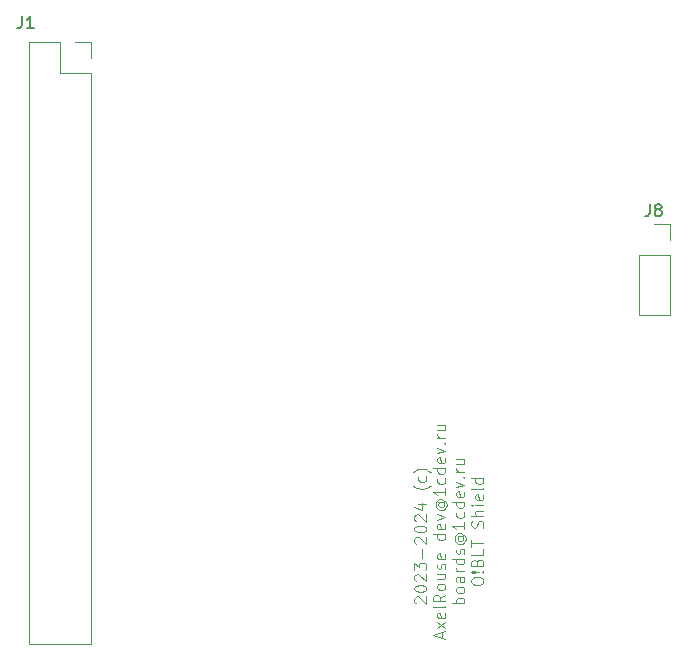
<source format=gto>
G04 #@! TF.GenerationSoftware,KiCad,Pcbnew,8.0.5*
G04 #@! TF.CreationDate,2024-10-14T11:26:21+05:00*
G04 #@! TF.ProjectId,2floor_for_orange_pi,32666c6f-6f72-45f6-966f-725f6f72616e,rev?*
G04 #@! TF.SameCoordinates,Original*
G04 #@! TF.FileFunction,Legend,Top*
G04 #@! TF.FilePolarity,Positive*
%FSLAX46Y46*%
G04 Gerber Fmt 4.6, Leading zero omitted, Abs format (unit mm)*
G04 Created by KiCad (PCBNEW 8.0.5) date 2024-10-14 11:26:21*
%MOMM*%
%LPD*%
G01*
G04 APERTURE LIST*
%ADD10C,0.100000*%
%ADD11C,0.150000*%
%ADD12C,0.120000*%
%ADD13R,1.700000X1.700000*%
%ADD14O,1.700000X1.700000*%
%ADD15R,2.000000X1.200000*%
%ADD16O,2.000000X1.200000*%
G04 APERTURE END LIST*
D10*
X54277825Y-70105238D02*
X54230206Y-70057619D01*
X54230206Y-70057619D02*
X54182587Y-69962381D01*
X54182587Y-69962381D02*
X54182587Y-69724286D01*
X54182587Y-69724286D02*
X54230206Y-69629048D01*
X54230206Y-69629048D02*
X54277825Y-69581429D01*
X54277825Y-69581429D02*
X54373063Y-69533810D01*
X54373063Y-69533810D02*
X54468301Y-69533810D01*
X54468301Y-69533810D02*
X54611158Y-69581429D01*
X54611158Y-69581429D02*
X55182587Y-70152857D01*
X55182587Y-70152857D02*
X55182587Y-69533810D01*
X54182587Y-68914762D02*
X54182587Y-68819524D01*
X54182587Y-68819524D02*
X54230206Y-68724286D01*
X54230206Y-68724286D02*
X54277825Y-68676667D01*
X54277825Y-68676667D02*
X54373063Y-68629048D01*
X54373063Y-68629048D02*
X54563539Y-68581429D01*
X54563539Y-68581429D02*
X54801634Y-68581429D01*
X54801634Y-68581429D02*
X54992110Y-68629048D01*
X54992110Y-68629048D02*
X55087348Y-68676667D01*
X55087348Y-68676667D02*
X55134968Y-68724286D01*
X55134968Y-68724286D02*
X55182587Y-68819524D01*
X55182587Y-68819524D02*
X55182587Y-68914762D01*
X55182587Y-68914762D02*
X55134968Y-69010000D01*
X55134968Y-69010000D02*
X55087348Y-69057619D01*
X55087348Y-69057619D02*
X54992110Y-69105238D01*
X54992110Y-69105238D02*
X54801634Y-69152857D01*
X54801634Y-69152857D02*
X54563539Y-69152857D01*
X54563539Y-69152857D02*
X54373063Y-69105238D01*
X54373063Y-69105238D02*
X54277825Y-69057619D01*
X54277825Y-69057619D02*
X54230206Y-69010000D01*
X54230206Y-69010000D02*
X54182587Y-68914762D01*
X54277825Y-68200476D02*
X54230206Y-68152857D01*
X54230206Y-68152857D02*
X54182587Y-68057619D01*
X54182587Y-68057619D02*
X54182587Y-67819524D01*
X54182587Y-67819524D02*
X54230206Y-67724286D01*
X54230206Y-67724286D02*
X54277825Y-67676667D01*
X54277825Y-67676667D02*
X54373063Y-67629048D01*
X54373063Y-67629048D02*
X54468301Y-67629048D01*
X54468301Y-67629048D02*
X54611158Y-67676667D01*
X54611158Y-67676667D02*
X55182587Y-68248095D01*
X55182587Y-68248095D02*
X55182587Y-67629048D01*
X54182587Y-67295714D02*
X54182587Y-66676667D01*
X54182587Y-66676667D02*
X54563539Y-67010000D01*
X54563539Y-67010000D02*
X54563539Y-66867143D01*
X54563539Y-66867143D02*
X54611158Y-66771905D01*
X54611158Y-66771905D02*
X54658777Y-66724286D01*
X54658777Y-66724286D02*
X54754015Y-66676667D01*
X54754015Y-66676667D02*
X54992110Y-66676667D01*
X54992110Y-66676667D02*
X55087348Y-66724286D01*
X55087348Y-66724286D02*
X55134968Y-66771905D01*
X55134968Y-66771905D02*
X55182587Y-66867143D01*
X55182587Y-66867143D02*
X55182587Y-67152857D01*
X55182587Y-67152857D02*
X55134968Y-67248095D01*
X55134968Y-67248095D02*
X55087348Y-67295714D01*
X54801634Y-66248095D02*
X54801634Y-65486191D01*
X54277825Y-65057619D02*
X54230206Y-65010000D01*
X54230206Y-65010000D02*
X54182587Y-64914762D01*
X54182587Y-64914762D02*
X54182587Y-64676667D01*
X54182587Y-64676667D02*
X54230206Y-64581429D01*
X54230206Y-64581429D02*
X54277825Y-64533810D01*
X54277825Y-64533810D02*
X54373063Y-64486191D01*
X54373063Y-64486191D02*
X54468301Y-64486191D01*
X54468301Y-64486191D02*
X54611158Y-64533810D01*
X54611158Y-64533810D02*
X55182587Y-65105238D01*
X55182587Y-65105238D02*
X55182587Y-64486191D01*
X54182587Y-63867143D02*
X54182587Y-63771905D01*
X54182587Y-63771905D02*
X54230206Y-63676667D01*
X54230206Y-63676667D02*
X54277825Y-63629048D01*
X54277825Y-63629048D02*
X54373063Y-63581429D01*
X54373063Y-63581429D02*
X54563539Y-63533810D01*
X54563539Y-63533810D02*
X54801634Y-63533810D01*
X54801634Y-63533810D02*
X54992110Y-63581429D01*
X54992110Y-63581429D02*
X55087348Y-63629048D01*
X55087348Y-63629048D02*
X55134968Y-63676667D01*
X55134968Y-63676667D02*
X55182587Y-63771905D01*
X55182587Y-63771905D02*
X55182587Y-63867143D01*
X55182587Y-63867143D02*
X55134968Y-63962381D01*
X55134968Y-63962381D02*
X55087348Y-64010000D01*
X55087348Y-64010000D02*
X54992110Y-64057619D01*
X54992110Y-64057619D02*
X54801634Y-64105238D01*
X54801634Y-64105238D02*
X54563539Y-64105238D01*
X54563539Y-64105238D02*
X54373063Y-64057619D01*
X54373063Y-64057619D02*
X54277825Y-64010000D01*
X54277825Y-64010000D02*
X54230206Y-63962381D01*
X54230206Y-63962381D02*
X54182587Y-63867143D01*
X54277825Y-63152857D02*
X54230206Y-63105238D01*
X54230206Y-63105238D02*
X54182587Y-63010000D01*
X54182587Y-63010000D02*
X54182587Y-62771905D01*
X54182587Y-62771905D02*
X54230206Y-62676667D01*
X54230206Y-62676667D02*
X54277825Y-62629048D01*
X54277825Y-62629048D02*
X54373063Y-62581429D01*
X54373063Y-62581429D02*
X54468301Y-62581429D01*
X54468301Y-62581429D02*
X54611158Y-62629048D01*
X54611158Y-62629048D02*
X55182587Y-63200476D01*
X55182587Y-63200476D02*
X55182587Y-62581429D01*
X54515920Y-61724286D02*
X55182587Y-61724286D01*
X54134968Y-61962381D02*
X54849253Y-62200476D01*
X54849253Y-62200476D02*
X54849253Y-61581429D01*
X55563539Y-60152857D02*
X55515920Y-60200476D01*
X55515920Y-60200476D02*
X55373063Y-60295714D01*
X55373063Y-60295714D02*
X55277825Y-60343333D01*
X55277825Y-60343333D02*
X55134968Y-60390952D01*
X55134968Y-60390952D02*
X54896872Y-60438571D01*
X54896872Y-60438571D02*
X54706396Y-60438571D01*
X54706396Y-60438571D02*
X54468301Y-60390952D01*
X54468301Y-60390952D02*
X54325444Y-60343333D01*
X54325444Y-60343333D02*
X54230206Y-60295714D01*
X54230206Y-60295714D02*
X54087348Y-60200476D01*
X54087348Y-60200476D02*
X54039729Y-60152857D01*
X55134968Y-59343333D02*
X55182587Y-59438571D01*
X55182587Y-59438571D02*
X55182587Y-59629047D01*
X55182587Y-59629047D02*
X55134968Y-59724285D01*
X55134968Y-59724285D02*
X55087348Y-59771904D01*
X55087348Y-59771904D02*
X54992110Y-59819523D01*
X54992110Y-59819523D02*
X54706396Y-59819523D01*
X54706396Y-59819523D02*
X54611158Y-59771904D01*
X54611158Y-59771904D02*
X54563539Y-59724285D01*
X54563539Y-59724285D02*
X54515920Y-59629047D01*
X54515920Y-59629047D02*
X54515920Y-59438571D01*
X54515920Y-59438571D02*
X54563539Y-59343333D01*
X55563539Y-59009999D02*
X55515920Y-58962380D01*
X55515920Y-58962380D02*
X55373063Y-58867142D01*
X55373063Y-58867142D02*
X55277825Y-58819523D01*
X55277825Y-58819523D02*
X55134968Y-58771904D01*
X55134968Y-58771904D02*
X54896872Y-58724285D01*
X54896872Y-58724285D02*
X54706396Y-58724285D01*
X54706396Y-58724285D02*
X54468301Y-58771904D01*
X54468301Y-58771904D02*
X54325444Y-58819523D01*
X54325444Y-58819523D02*
X54230206Y-58867142D01*
X54230206Y-58867142D02*
X54087348Y-58962380D01*
X54087348Y-58962380D02*
X54039729Y-59009999D01*
X56506816Y-73033810D02*
X56506816Y-72557620D01*
X56792531Y-73129048D02*
X55792531Y-72795715D01*
X55792531Y-72795715D02*
X56792531Y-72462382D01*
X56792531Y-72224286D02*
X56125864Y-71700477D01*
X56125864Y-72224286D02*
X56792531Y-71700477D01*
X56744912Y-70938572D02*
X56792531Y-71033810D01*
X56792531Y-71033810D02*
X56792531Y-71224286D01*
X56792531Y-71224286D02*
X56744912Y-71319524D01*
X56744912Y-71319524D02*
X56649673Y-71367143D01*
X56649673Y-71367143D02*
X56268721Y-71367143D01*
X56268721Y-71367143D02*
X56173483Y-71319524D01*
X56173483Y-71319524D02*
X56125864Y-71224286D01*
X56125864Y-71224286D02*
X56125864Y-71033810D01*
X56125864Y-71033810D02*
X56173483Y-70938572D01*
X56173483Y-70938572D02*
X56268721Y-70890953D01*
X56268721Y-70890953D02*
X56363959Y-70890953D01*
X56363959Y-70890953D02*
X56459197Y-71367143D01*
X56792531Y-70319524D02*
X56744912Y-70414762D01*
X56744912Y-70414762D02*
X56649673Y-70462381D01*
X56649673Y-70462381D02*
X55792531Y-70462381D01*
X56792531Y-69367143D02*
X56316340Y-69700476D01*
X56792531Y-69938571D02*
X55792531Y-69938571D01*
X55792531Y-69938571D02*
X55792531Y-69557619D01*
X55792531Y-69557619D02*
X55840150Y-69462381D01*
X55840150Y-69462381D02*
X55887769Y-69414762D01*
X55887769Y-69414762D02*
X55983007Y-69367143D01*
X55983007Y-69367143D02*
X56125864Y-69367143D01*
X56125864Y-69367143D02*
X56221102Y-69414762D01*
X56221102Y-69414762D02*
X56268721Y-69462381D01*
X56268721Y-69462381D02*
X56316340Y-69557619D01*
X56316340Y-69557619D02*
X56316340Y-69938571D01*
X56792531Y-68795714D02*
X56744912Y-68890952D01*
X56744912Y-68890952D02*
X56697292Y-68938571D01*
X56697292Y-68938571D02*
X56602054Y-68986190D01*
X56602054Y-68986190D02*
X56316340Y-68986190D01*
X56316340Y-68986190D02*
X56221102Y-68938571D01*
X56221102Y-68938571D02*
X56173483Y-68890952D01*
X56173483Y-68890952D02*
X56125864Y-68795714D01*
X56125864Y-68795714D02*
X56125864Y-68652857D01*
X56125864Y-68652857D02*
X56173483Y-68557619D01*
X56173483Y-68557619D02*
X56221102Y-68510000D01*
X56221102Y-68510000D02*
X56316340Y-68462381D01*
X56316340Y-68462381D02*
X56602054Y-68462381D01*
X56602054Y-68462381D02*
X56697292Y-68510000D01*
X56697292Y-68510000D02*
X56744912Y-68557619D01*
X56744912Y-68557619D02*
X56792531Y-68652857D01*
X56792531Y-68652857D02*
X56792531Y-68795714D01*
X56125864Y-67605238D02*
X56792531Y-67605238D01*
X56125864Y-68033809D02*
X56649673Y-68033809D01*
X56649673Y-68033809D02*
X56744912Y-67986190D01*
X56744912Y-67986190D02*
X56792531Y-67890952D01*
X56792531Y-67890952D02*
X56792531Y-67748095D01*
X56792531Y-67748095D02*
X56744912Y-67652857D01*
X56744912Y-67652857D02*
X56697292Y-67605238D01*
X56744912Y-67176666D02*
X56792531Y-67081428D01*
X56792531Y-67081428D02*
X56792531Y-66890952D01*
X56792531Y-66890952D02*
X56744912Y-66795714D01*
X56744912Y-66795714D02*
X56649673Y-66748095D01*
X56649673Y-66748095D02*
X56602054Y-66748095D01*
X56602054Y-66748095D02*
X56506816Y-66795714D01*
X56506816Y-66795714D02*
X56459197Y-66890952D01*
X56459197Y-66890952D02*
X56459197Y-67033809D01*
X56459197Y-67033809D02*
X56411578Y-67129047D01*
X56411578Y-67129047D02*
X56316340Y-67176666D01*
X56316340Y-67176666D02*
X56268721Y-67176666D01*
X56268721Y-67176666D02*
X56173483Y-67129047D01*
X56173483Y-67129047D02*
X56125864Y-67033809D01*
X56125864Y-67033809D02*
X56125864Y-66890952D01*
X56125864Y-66890952D02*
X56173483Y-66795714D01*
X56744912Y-65938571D02*
X56792531Y-66033809D01*
X56792531Y-66033809D02*
X56792531Y-66224285D01*
X56792531Y-66224285D02*
X56744912Y-66319523D01*
X56744912Y-66319523D02*
X56649673Y-66367142D01*
X56649673Y-66367142D02*
X56268721Y-66367142D01*
X56268721Y-66367142D02*
X56173483Y-66319523D01*
X56173483Y-66319523D02*
X56125864Y-66224285D01*
X56125864Y-66224285D02*
X56125864Y-66033809D01*
X56125864Y-66033809D02*
X56173483Y-65938571D01*
X56173483Y-65938571D02*
X56268721Y-65890952D01*
X56268721Y-65890952D02*
X56363959Y-65890952D01*
X56363959Y-65890952D02*
X56459197Y-66367142D01*
X56792531Y-64271904D02*
X55792531Y-64271904D01*
X56744912Y-64271904D02*
X56792531Y-64367142D01*
X56792531Y-64367142D02*
X56792531Y-64557618D01*
X56792531Y-64557618D02*
X56744912Y-64652856D01*
X56744912Y-64652856D02*
X56697292Y-64700475D01*
X56697292Y-64700475D02*
X56602054Y-64748094D01*
X56602054Y-64748094D02*
X56316340Y-64748094D01*
X56316340Y-64748094D02*
X56221102Y-64700475D01*
X56221102Y-64700475D02*
X56173483Y-64652856D01*
X56173483Y-64652856D02*
X56125864Y-64557618D01*
X56125864Y-64557618D02*
X56125864Y-64367142D01*
X56125864Y-64367142D02*
X56173483Y-64271904D01*
X56744912Y-63414761D02*
X56792531Y-63509999D01*
X56792531Y-63509999D02*
X56792531Y-63700475D01*
X56792531Y-63700475D02*
X56744912Y-63795713D01*
X56744912Y-63795713D02*
X56649673Y-63843332D01*
X56649673Y-63843332D02*
X56268721Y-63843332D01*
X56268721Y-63843332D02*
X56173483Y-63795713D01*
X56173483Y-63795713D02*
X56125864Y-63700475D01*
X56125864Y-63700475D02*
X56125864Y-63509999D01*
X56125864Y-63509999D02*
X56173483Y-63414761D01*
X56173483Y-63414761D02*
X56268721Y-63367142D01*
X56268721Y-63367142D02*
X56363959Y-63367142D01*
X56363959Y-63367142D02*
X56459197Y-63843332D01*
X56125864Y-63033808D02*
X56792531Y-62795713D01*
X56792531Y-62795713D02*
X56125864Y-62557618D01*
X56316340Y-61557618D02*
X56268721Y-61605237D01*
X56268721Y-61605237D02*
X56221102Y-61700475D01*
X56221102Y-61700475D02*
X56221102Y-61795713D01*
X56221102Y-61795713D02*
X56268721Y-61890951D01*
X56268721Y-61890951D02*
X56316340Y-61938570D01*
X56316340Y-61938570D02*
X56411578Y-61986189D01*
X56411578Y-61986189D02*
X56506816Y-61986189D01*
X56506816Y-61986189D02*
X56602054Y-61938570D01*
X56602054Y-61938570D02*
X56649673Y-61890951D01*
X56649673Y-61890951D02*
X56697292Y-61795713D01*
X56697292Y-61795713D02*
X56697292Y-61700475D01*
X56697292Y-61700475D02*
X56649673Y-61605237D01*
X56649673Y-61605237D02*
X56602054Y-61557618D01*
X56221102Y-61557618D02*
X56602054Y-61557618D01*
X56602054Y-61557618D02*
X56649673Y-61509999D01*
X56649673Y-61509999D02*
X56649673Y-61462380D01*
X56649673Y-61462380D02*
X56602054Y-61367141D01*
X56602054Y-61367141D02*
X56506816Y-61319522D01*
X56506816Y-61319522D02*
X56268721Y-61319522D01*
X56268721Y-61319522D02*
X56125864Y-61414761D01*
X56125864Y-61414761D02*
X56030626Y-61557618D01*
X56030626Y-61557618D02*
X55983007Y-61748094D01*
X55983007Y-61748094D02*
X56030626Y-61938570D01*
X56030626Y-61938570D02*
X56125864Y-62081427D01*
X56125864Y-62081427D02*
X56268721Y-62176665D01*
X56268721Y-62176665D02*
X56459197Y-62224284D01*
X56459197Y-62224284D02*
X56649673Y-62176665D01*
X56649673Y-62176665D02*
X56792531Y-62081427D01*
X56792531Y-62081427D02*
X56887769Y-61938570D01*
X56887769Y-61938570D02*
X56935388Y-61748094D01*
X56935388Y-61748094D02*
X56887769Y-61557618D01*
X56887769Y-61557618D02*
X56792531Y-61414761D01*
X56792531Y-60367142D02*
X56792531Y-60938570D01*
X56792531Y-60652856D02*
X55792531Y-60652856D01*
X55792531Y-60652856D02*
X55935388Y-60748094D01*
X55935388Y-60748094D02*
X56030626Y-60843332D01*
X56030626Y-60843332D02*
X56078245Y-60938570D01*
X56744912Y-59509999D02*
X56792531Y-59605237D01*
X56792531Y-59605237D02*
X56792531Y-59795713D01*
X56792531Y-59795713D02*
X56744912Y-59890951D01*
X56744912Y-59890951D02*
X56697292Y-59938570D01*
X56697292Y-59938570D02*
X56602054Y-59986189D01*
X56602054Y-59986189D02*
X56316340Y-59986189D01*
X56316340Y-59986189D02*
X56221102Y-59938570D01*
X56221102Y-59938570D02*
X56173483Y-59890951D01*
X56173483Y-59890951D02*
X56125864Y-59795713D01*
X56125864Y-59795713D02*
X56125864Y-59605237D01*
X56125864Y-59605237D02*
X56173483Y-59509999D01*
X56792531Y-58652856D02*
X55792531Y-58652856D01*
X56744912Y-58652856D02*
X56792531Y-58748094D01*
X56792531Y-58748094D02*
X56792531Y-58938570D01*
X56792531Y-58938570D02*
X56744912Y-59033808D01*
X56744912Y-59033808D02*
X56697292Y-59081427D01*
X56697292Y-59081427D02*
X56602054Y-59129046D01*
X56602054Y-59129046D02*
X56316340Y-59129046D01*
X56316340Y-59129046D02*
X56221102Y-59081427D01*
X56221102Y-59081427D02*
X56173483Y-59033808D01*
X56173483Y-59033808D02*
X56125864Y-58938570D01*
X56125864Y-58938570D02*
X56125864Y-58748094D01*
X56125864Y-58748094D02*
X56173483Y-58652856D01*
X56744912Y-57795713D02*
X56792531Y-57890951D01*
X56792531Y-57890951D02*
X56792531Y-58081427D01*
X56792531Y-58081427D02*
X56744912Y-58176665D01*
X56744912Y-58176665D02*
X56649673Y-58224284D01*
X56649673Y-58224284D02*
X56268721Y-58224284D01*
X56268721Y-58224284D02*
X56173483Y-58176665D01*
X56173483Y-58176665D02*
X56125864Y-58081427D01*
X56125864Y-58081427D02*
X56125864Y-57890951D01*
X56125864Y-57890951D02*
X56173483Y-57795713D01*
X56173483Y-57795713D02*
X56268721Y-57748094D01*
X56268721Y-57748094D02*
X56363959Y-57748094D01*
X56363959Y-57748094D02*
X56459197Y-58224284D01*
X56125864Y-57414760D02*
X56792531Y-57176665D01*
X56792531Y-57176665D02*
X56125864Y-56938570D01*
X56697292Y-56557617D02*
X56744912Y-56509998D01*
X56744912Y-56509998D02*
X56792531Y-56557617D01*
X56792531Y-56557617D02*
X56744912Y-56605236D01*
X56744912Y-56605236D02*
X56697292Y-56557617D01*
X56697292Y-56557617D02*
X56792531Y-56557617D01*
X56792531Y-56081427D02*
X56125864Y-56081427D01*
X56316340Y-56081427D02*
X56221102Y-56033808D01*
X56221102Y-56033808D02*
X56173483Y-55986189D01*
X56173483Y-55986189D02*
X56125864Y-55890951D01*
X56125864Y-55890951D02*
X56125864Y-55795713D01*
X56125864Y-55033808D02*
X56792531Y-55033808D01*
X56125864Y-55462379D02*
X56649673Y-55462379D01*
X56649673Y-55462379D02*
X56744912Y-55414760D01*
X56744912Y-55414760D02*
X56792531Y-55319522D01*
X56792531Y-55319522D02*
X56792531Y-55176665D01*
X56792531Y-55176665D02*
X56744912Y-55081427D01*
X56744912Y-55081427D02*
X56697292Y-55033808D01*
X58402475Y-70105238D02*
X57402475Y-70105238D01*
X57783427Y-70105238D02*
X57735808Y-70010000D01*
X57735808Y-70010000D02*
X57735808Y-69819524D01*
X57735808Y-69819524D02*
X57783427Y-69724286D01*
X57783427Y-69724286D02*
X57831046Y-69676667D01*
X57831046Y-69676667D02*
X57926284Y-69629048D01*
X57926284Y-69629048D02*
X58211998Y-69629048D01*
X58211998Y-69629048D02*
X58307236Y-69676667D01*
X58307236Y-69676667D02*
X58354856Y-69724286D01*
X58354856Y-69724286D02*
X58402475Y-69819524D01*
X58402475Y-69819524D02*
X58402475Y-70010000D01*
X58402475Y-70010000D02*
X58354856Y-70105238D01*
X58402475Y-69057619D02*
X58354856Y-69152857D01*
X58354856Y-69152857D02*
X58307236Y-69200476D01*
X58307236Y-69200476D02*
X58211998Y-69248095D01*
X58211998Y-69248095D02*
X57926284Y-69248095D01*
X57926284Y-69248095D02*
X57831046Y-69200476D01*
X57831046Y-69200476D02*
X57783427Y-69152857D01*
X57783427Y-69152857D02*
X57735808Y-69057619D01*
X57735808Y-69057619D02*
X57735808Y-68914762D01*
X57735808Y-68914762D02*
X57783427Y-68819524D01*
X57783427Y-68819524D02*
X57831046Y-68771905D01*
X57831046Y-68771905D02*
X57926284Y-68724286D01*
X57926284Y-68724286D02*
X58211998Y-68724286D01*
X58211998Y-68724286D02*
X58307236Y-68771905D01*
X58307236Y-68771905D02*
X58354856Y-68819524D01*
X58354856Y-68819524D02*
X58402475Y-68914762D01*
X58402475Y-68914762D02*
X58402475Y-69057619D01*
X58402475Y-67867143D02*
X57878665Y-67867143D01*
X57878665Y-67867143D02*
X57783427Y-67914762D01*
X57783427Y-67914762D02*
X57735808Y-68010000D01*
X57735808Y-68010000D02*
X57735808Y-68200476D01*
X57735808Y-68200476D02*
X57783427Y-68295714D01*
X58354856Y-67867143D02*
X58402475Y-67962381D01*
X58402475Y-67962381D02*
X58402475Y-68200476D01*
X58402475Y-68200476D02*
X58354856Y-68295714D01*
X58354856Y-68295714D02*
X58259617Y-68343333D01*
X58259617Y-68343333D02*
X58164379Y-68343333D01*
X58164379Y-68343333D02*
X58069141Y-68295714D01*
X58069141Y-68295714D02*
X58021522Y-68200476D01*
X58021522Y-68200476D02*
X58021522Y-67962381D01*
X58021522Y-67962381D02*
X57973903Y-67867143D01*
X58402475Y-67390952D02*
X57735808Y-67390952D01*
X57926284Y-67390952D02*
X57831046Y-67343333D01*
X57831046Y-67343333D02*
X57783427Y-67295714D01*
X57783427Y-67295714D02*
X57735808Y-67200476D01*
X57735808Y-67200476D02*
X57735808Y-67105238D01*
X58402475Y-66343333D02*
X57402475Y-66343333D01*
X58354856Y-66343333D02*
X58402475Y-66438571D01*
X58402475Y-66438571D02*
X58402475Y-66629047D01*
X58402475Y-66629047D02*
X58354856Y-66724285D01*
X58354856Y-66724285D02*
X58307236Y-66771904D01*
X58307236Y-66771904D02*
X58211998Y-66819523D01*
X58211998Y-66819523D02*
X57926284Y-66819523D01*
X57926284Y-66819523D02*
X57831046Y-66771904D01*
X57831046Y-66771904D02*
X57783427Y-66724285D01*
X57783427Y-66724285D02*
X57735808Y-66629047D01*
X57735808Y-66629047D02*
X57735808Y-66438571D01*
X57735808Y-66438571D02*
X57783427Y-66343333D01*
X58354856Y-65914761D02*
X58402475Y-65819523D01*
X58402475Y-65819523D02*
X58402475Y-65629047D01*
X58402475Y-65629047D02*
X58354856Y-65533809D01*
X58354856Y-65533809D02*
X58259617Y-65486190D01*
X58259617Y-65486190D02*
X58211998Y-65486190D01*
X58211998Y-65486190D02*
X58116760Y-65533809D01*
X58116760Y-65533809D02*
X58069141Y-65629047D01*
X58069141Y-65629047D02*
X58069141Y-65771904D01*
X58069141Y-65771904D02*
X58021522Y-65867142D01*
X58021522Y-65867142D02*
X57926284Y-65914761D01*
X57926284Y-65914761D02*
X57878665Y-65914761D01*
X57878665Y-65914761D02*
X57783427Y-65867142D01*
X57783427Y-65867142D02*
X57735808Y-65771904D01*
X57735808Y-65771904D02*
X57735808Y-65629047D01*
X57735808Y-65629047D02*
X57783427Y-65533809D01*
X57926284Y-64438571D02*
X57878665Y-64486190D01*
X57878665Y-64486190D02*
X57831046Y-64581428D01*
X57831046Y-64581428D02*
X57831046Y-64676666D01*
X57831046Y-64676666D02*
X57878665Y-64771904D01*
X57878665Y-64771904D02*
X57926284Y-64819523D01*
X57926284Y-64819523D02*
X58021522Y-64867142D01*
X58021522Y-64867142D02*
X58116760Y-64867142D01*
X58116760Y-64867142D02*
X58211998Y-64819523D01*
X58211998Y-64819523D02*
X58259617Y-64771904D01*
X58259617Y-64771904D02*
X58307236Y-64676666D01*
X58307236Y-64676666D02*
X58307236Y-64581428D01*
X58307236Y-64581428D02*
X58259617Y-64486190D01*
X58259617Y-64486190D02*
X58211998Y-64438571D01*
X57831046Y-64438571D02*
X58211998Y-64438571D01*
X58211998Y-64438571D02*
X58259617Y-64390952D01*
X58259617Y-64390952D02*
X58259617Y-64343333D01*
X58259617Y-64343333D02*
X58211998Y-64248094D01*
X58211998Y-64248094D02*
X58116760Y-64200475D01*
X58116760Y-64200475D02*
X57878665Y-64200475D01*
X57878665Y-64200475D02*
X57735808Y-64295714D01*
X57735808Y-64295714D02*
X57640570Y-64438571D01*
X57640570Y-64438571D02*
X57592951Y-64629047D01*
X57592951Y-64629047D02*
X57640570Y-64819523D01*
X57640570Y-64819523D02*
X57735808Y-64962380D01*
X57735808Y-64962380D02*
X57878665Y-65057618D01*
X57878665Y-65057618D02*
X58069141Y-65105237D01*
X58069141Y-65105237D02*
X58259617Y-65057618D01*
X58259617Y-65057618D02*
X58402475Y-64962380D01*
X58402475Y-64962380D02*
X58497713Y-64819523D01*
X58497713Y-64819523D02*
X58545332Y-64629047D01*
X58545332Y-64629047D02*
X58497713Y-64438571D01*
X58497713Y-64438571D02*
X58402475Y-64295714D01*
X58402475Y-63248095D02*
X58402475Y-63819523D01*
X58402475Y-63533809D02*
X57402475Y-63533809D01*
X57402475Y-63533809D02*
X57545332Y-63629047D01*
X57545332Y-63629047D02*
X57640570Y-63724285D01*
X57640570Y-63724285D02*
X57688189Y-63819523D01*
X58354856Y-62390952D02*
X58402475Y-62486190D01*
X58402475Y-62486190D02*
X58402475Y-62676666D01*
X58402475Y-62676666D02*
X58354856Y-62771904D01*
X58354856Y-62771904D02*
X58307236Y-62819523D01*
X58307236Y-62819523D02*
X58211998Y-62867142D01*
X58211998Y-62867142D02*
X57926284Y-62867142D01*
X57926284Y-62867142D02*
X57831046Y-62819523D01*
X57831046Y-62819523D02*
X57783427Y-62771904D01*
X57783427Y-62771904D02*
X57735808Y-62676666D01*
X57735808Y-62676666D02*
X57735808Y-62486190D01*
X57735808Y-62486190D02*
X57783427Y-62390952D01*
X58402475Y-61533809D02*
X57402475Y-61533809D01*
X58354856Y-61533809D02*
X58402475Y-61629047D01*
X58402475Y-61629047D02*
X58402475Y-61819523D01*
X58402475Y-61819523D02*
X58354856Y-61914761D01*
X58354856Y-61914761D02*
X58307236Y-61962380D01*
X58307236Y-61962380D02*
X58211998Y-62009999D01*
X58211998Y-62009999D02*
X57926284Y-62009999D01*
X57926284Y-62009999D02*
X57831046Y-61962380D01*
X57831046Y-61962380D02*
X57783427Y-61914761D01*
X57783427Y-61914761D02*
X57735808Y-61819523D01*
X57735808Y-61819523D02*
X57735808Y-61629047D01*
X57735808Y-61629047D02*
X57783427Y-61533809D01*
X58354856Y-60676666D02*
X58402475Y-60771904D01*
X58402475Y-60771904D02*
X58402475Y-60962380D01*
X58402475Y-60962380D02*
X58354856Y-61057618D01*
X58354856Y-61057618D02*
X58259617Y-61105237D01*
X58259617Y-61105237D02*
X57878665Y-61105237D01*
X57878665Y-61105237D02*
X57783427Y-61057618D01*
X57783427Y-61057618D02*
X57735808Y-60962380D01*
X57735808Y-60962380D02*
X57735808Y-60771904D01*
X57735808Y-60771904D02*
X57783427Y-60676666D01*
X57783427Y-60676666D02*
X57878665Y-60629047D01*
X57878665Y-60629047D02*
X57973903Y-60629047D01*
X57973903Y-60629047D02*
X58069141Y-61105237D01*
X57735808Y-60295713D02*
X58402475Y-60057618D01*
X58402475Y-60057618D02*
X57735808Y-59819523D01*
X58307236Y-59438570D02*
X58354856Y-59390951D01*
X58354856Y-59390951D02*
X58402475Y-59438570D01*
X58402475Y-59438570D02*
X58354856Y-59486189D01*
X58354856Y-59486189D02*
X58307236Y-59438570D01*
X58307236Y-59438570D02*
X58402475Y-59438570D01*
X58402475Y-58962380D02*
X57735808Y-58962380D01*
X57926284Y-58962380D02*
X57831046Y-58914761D01*
X57831046Y-58914761D02*
X57783427Y-58867142D01*
X57783427Y-58867142D02*
X57735808Y-58771904D01*
X57735808Y-58771904D02*
X57735808Y-58676666D01*
X57735808Y-57914761D02*
X58402475Y-57914761D01*
X57735808Y-58343332D02*
X58259617Y-58343332D01*
X58259617Y-58343332D02*
X58354856Y-58295713D01*
X58354856Y-58295713D02*
X58402475Y-58200475D01*
X58402475Y-58200475D02*
X58402475Y-58057618D01*
X58402475Y-58057618D02*
X58354856Y-57962380D01*
X58354856Y-57962380D02*
X58307236Y-57914761D01*
X59012419Y-68319523D02*
X59012419Y-68129047D01*
X59012419Y-68129047D02*
X59060038Y-68033809D01*
X59060038Y-68033809D02*
X59155276Y-67938571D01*
X59155276Y-67938571D02*
X59345752Y-67890952D01*
X59345752Y-67890952D02*
X59679085Y-67890952D01*
X59679085Y-67890952D02*
X59869561Y-67938571D01*
X59869561Y-67938571D02*
X59964800Y-68033809D01*
X59964800Y-68033809D02*
X60012419Y-68129047D01*
X60012419Y-68129047D02*
X60012419Y-68319523D01*
X60012419Y-68319523D02*
X59964800Y-68414761D01*
X59964800Y-68414761D02*
X59869561Y-68509999D01*
X59869561Y-68509999D02*
X59679085Y-68557618D01*
X59679085Y-68557618D02*
X59345752Y-68557618D01*
X59345752Y-68557618D02*
X59155276Y-68509999D01*
X59155276Y-68509999D02*
X59060038Y-68414761D01*
X59060038Y-68414761D02*
X59012419Y-68319523D01*
X59917180Y-67462380D02*
X59964800Y-67414761D01*
X59964800Y-67414761D02*
X60012419Y-67462380D01*
X60012419Y-67462380D02*
X59964800Y-67509999D01*
X59964800Y-67509999D02*
X59917180Y-67462380D01*
X59917180Y-67462380D02*
X60012419Y-67462380D01*
X59631466Y-67462380D02*
X59060038Y-67509999D01*
X59060038Y-67509999D02*
X59012419Y-67462380D01*
X59012419Y-67462380D02*
X59060038Y-67414761D01*
X59060038Y-67414761D02*
X59631466Y-67462380D01*
X59631466Y-67462380D02*
X59012419Y-67462380D01*
X59488609Y-66652857D02*
X59536228Y-66510000D01*
X59536228Y-66510000D02*
X59583847Y-66462381D01*
X59583847Y-66462381D02*
X59679085Y-66414762D01*
X59679085Y-66414762D02*
X59821942Y-66414762D01*
X59821942Y-66414762D02*
X59917180Y-66462381D01*
X59917180Y-66462381D02*
X59964800Y-66510000D01*
X59964800Y-66510000D02*
X60012419Y-66605238D01*
X60012419Y-66605238D02*
X60012419Y-66986190D01*
X60012419Y-66986190D02*
X59012419Y-66986190D01*
X59012419Y-66986190D02*
X59012419Y-66652857D01*
X59012419Y-66652857D02*
X59060038Y-66557619D01*
X59060038Y-66557619D02*
X59107657Y-66510000D01*
X59107657Y-66510000D02*
X59202895Y-66462381D01*
X59202895Y-66462381D02*
X59298133Y-66462381D01*
X59298133Y-66462381D02*
X59393371Y-66510000D01*
X59393371Y-66510000D02*
X59440990Y-66557619D01*
X59440990Y-66557619D02*
X59488609Y-66652857D01*
X59488609Y-66652857D02*
X59488609Y-66986190D01*
X60012419Y-65510000D02*
X60012419Y-65986190D01*
X60012419Y-65986190D02*
X59012419Y-65986190D01*
X59012419Y-65319523D02*
X59012419Y-64748095D01*
X60012419Y-65033809D02*
X59012419Y-65033809D01*
X59964800Y-63700475D02*
X60012419Y-63557618D01*
X60012419Y-63557618D02*
X60012419Y-63319523D01*
X60012419Y-63319523D02*
X59964800Y-63224285D01*
X59964800Y-63224285D02*
X59917180Y-63176666D01*
X59917180Y-63176666D02*
X59821942Y-63129047D01*
X59821942Y-63129047D02*
X59726704Y-63129047D01*
X59726704Y-63129047D02*
X59631466Y-63176666D01*
X59631466Y-63176666D02*
X59583847Y-63224285D01*
X59583847Y-63224285D02*
X59536228Y-63319523D01*
X59536228Y-63319523D02*
X59488609Y-63509999D01*
X59488609Y-63509999D02*
X59440990Y-63605237D01*
X59440990Y-63605237D02*
X59393371Y-63652856D01*
X59393371Y-63652856D02*
X59298133Y-63700475D01*
X59298133Y-63700475D02*
X59202895Y-63700475D01*
X59202895Y-63700475D02*
X59107657Y-63652856D01*
X59107657Y-63652856D02*
X59060038Y-63605237D01*
X59060038Y-63605237D02*
X59012419Y-63509999D01*
X59012419Y-63509999D02*
X59012419Y-63271904D01*
X59012419Y-63271904D02*
X59060038Y-63129047D01*
X60012419Y-62700475D02*
X59012419Y-62700475D01*
X60012419Y-62271904D02*
X59488609Y-62271904D01*
X59488609Y-62271904D02*
X59393371Y-62319523D01*
X59393371Y-62319523D02*
X59345752Y-62414761D01*
X59345752Y-62414761D02*
X59345752Y-62557618D01*
X59345752Y-62557618D02*
X59393371Y-62652856D01*
X59393371Y-62652856D02*
X59440990Y-62700475D01*
X60012419Y-61795713D02*
X59345752Y-61795713D01*
X59012419Y-61795713D02*
X59060038Y-61843332D01*
X59060038Y-61843332D02*
X59107657Y-61795713D01*
X59107657Y-61795713D02*
X59060038Y-61748094D01*
X59060038Y-61748094D02*
X59012419Y-61795713D01*
X59012419Y-61795713D02*
X59107657Y-61795713D01*
X59964800Y-60938571D02*
X60012419Y-61033809D01*
X60012419Y-61033809D02*
X60012419Y-61224285D01*
X60012419Y-61224285D02*
X59964800Y-61319523D01*
X59964800Y-61319523D02*
X59869561Y-61367142D01*
X59869561Y-61367142D02*
X59488609Y-61367142D01*
X59488609Y-61367142D02*
X59393371Y-61319523D01*
X59393371Y-61319523D02*
X59345752Y-61224285D01*
X59345752Y-61224285D02*
X59345752Y-61033809D01*
X59345752Y-61033809D02*
X59393371Y-60938571D01*
X59393371Y-60938571D02*
X59488609Y-60890952D01*
X59488609Y-60890952D02*
X59583847Y-60890952D01*
X59583847Y-60890952D02*
X59679085Y-61367142D01*
X60012419Y-60319523D02*
X59964800Y-60414761D01*
X59964800Y-60414761D02*
X59869561Y-60462380D01*
X59869561Y-60462380D02*
X59012419Y-60462380D01*
X60012419Y-59509999D02*
X59012419Y-59509999D01*
X59964800Y-59509999D02*
X60012419Y-59605237D01*
X60012419Y-59605237D02*
X60012419Y-59795713D01*
X60012419Y-59795713D02*
X59964800Y-59890951D01*
X59964800Y-59890951D02*
X59917180Y-59938570D01*
X59917180Y-59938570D02*
X59821942Y-59986189D01*
X59821942Y-59986189D02*
X59536228Y-59986189D01*
X59536228Y-59986189D02*
X59440990Y-59938570D01*
X59440990Y-59938570D02*
X59393371Y-59890951D01*
X59393371Y-59890951D02*
X59345752Y-59795713D01*
X59345752Y-59795713D02*
X59345752Y-59605237D01*
X59345752Y-59605237D02*
X59393371Y-59509999D01*
D11*
X74106666Y-36324819D02*
X74106666Y-37039104D01*
X74106666Y-37039104D02*
X74059047Y-37181961D01*
X74059047Y-37181961D02*
X73963809Y-37277200D01*
X73963809Y-37277200D02*
X73820952Y-37324819D01*
X73820952Y-37324819D02*
X73725714Y-37324819D01*
X74725714Y-36753390D02*
X74630476Y-36705771D01*
X74630476Y-36705771D02*
X74582857Y-36658152D01*
X74582857Y-36658152D02*
X74535238Y-36562914D01*
X74535238Y-36562914D02*
X74535238Y-36515295D01*
X74535238Y-36515295D02*
X74582857Y-36420057D01*
X74582857Y-36420057D02*
X74630476Y-36372438D01*
X74630476Y-36372438D02*
X74725714Y-36324819D01*
X74725714Y-36324819D02*
X74916190Y-36324819D01*
X74916190Y-36324819D02*
X75011428Y-36372438D01*
X75011428Y-36372438D02*
X75059047Y-36420057D01*
X75059047Y-36420057D02*
X75106666Y-36515295D01*
X75106666Y-36515295D02*
X75106666Y-36562914D01*
X75106666Y-36562914D02*
X75059047Y-36658152D01*
X75059047Y-36658152D02*
X75011428Y-36705771D01*
X75011428Y-36705771D02*
X74916190Y-36753390D01*
X74916190Y-36753390D02*
X74725714Y-36753390D01*
X74725714Y-36753390D02*
X74630476Y-36801009D01*
X74630476Y-36801009D02*
X74582857Y-36848628D01*
X74582857Y-36848628D02*
X74535238Y-36943866D01*
X74535238Y-36943866D02*
X74535238Y-37134342D01*
X74535238Y-37134342D02*
X74582857Y-37229580D01*
X74582857Y-37229580D02*
X74630476Y-37277200D01*
X74630476Y-37277200D02*
X74725714Y-37324819D01*
X74725714Y-37324819D02*
X74916190Y-37324819D01*
X74916190Y-37324819D02*
X75011428Y-37277200D01*
X75011428Y-37277200D02*
X75059047Y-37229580D01*
X75059047Y-37229580D02*
X75106666Y-37134342D01*
X75106666Y-37134342D02*
X75106666Y-36943866D01*
X75106666Y-36943866D02*
X75059047Y-36848628D01*
X75059047Y-36848628D02*
X75011428Y-36801009D01*
X75011428Y-36801009D02*
X74916190Y-36753390D01*
X20936666Y-20424819D02*
X20936666Y-21139104D01*
X20936666Y-21139104D02*
X20889047Y-21281961D01*
X20889047Y-21281961D02*
X20793809Y-21377200D01*
X20793809Y-21377200D02*
X20650952Y-21424819D01*
X20650952Y-21424819D02*
X20555714Y-21424819D01*
X21936666Y-21424819D02*
X21365238Y-21424819D01*
X21650952Y-21424819D02*
X21650952Y-20424819D01*
X21650952Y-20424819D02*
X21555714Y-20567676D01*
X21555714Y-20567676D02*
X21460476Y-20662914D01*
X21460476Y-20662914D02*
X21365238Y-20710533D01*
D12*
G04 #@! TO.C,J8*
X73170000Y-40590000D02*
X73170000Y-45730000D01*
X73170000Y-40590000D02*
X75830000Y-40590000D01*
X73170000Y-45730000D02*
X75830000Y-45730000D01*
X74500000Y-37990000D02*
X75830000Y-37990000D01*
X75830000Y-37990000D02*
X75830000Y-39320000D01*
X75830000Y-40590000D02*
X75830000Y-45730000D01*
G04 #@! TO.C,J1*
X21560000Y-22600000D02*
X21560000Y-73520000D01*
X21560000Y-22600000D02*
X24160000Y-22600000D01*
X21560000Y-73520000D02*
X26760000Y-73520000D01*
X24160000Y-22600000D02*
X24160000Y-25200000D01*
X24160000Y-25200000D02*
X26760000Y-25200000D01*
X25430000Y-22600000D02*
X26760000Y-22600000D01*
X26760000Y-22600000D02*
X26760000Y-23930000D01*
X26760000Y-25200000D02*
X26760000Y-73520000D01*
G04 #@! TD*
%LPC*%
D13*
G04 #@! TO.C,J8*
X74500000Y-39320000D03*
D14*
X74500000Y-41860000D03*
X74500000Y-44400000D03*
G04 #@! TD*
D13*
G04 #@! TO.C,J1*
X25430000Y-23930000D03*
D14*
X22890000Y-23930000D03*
X25430000Y-26470000D03*
X22890000Y-26470000D03*
X25430000Y-29010000D03*
X22890000Y-29010000D03*
X25430000Y-31550000D03*
X22890000Y-31550000D03*
X25430000Y-34090000D03*
X22890000Y-34090000D03*
X25430000Y-36630000D03*
X22890000Y-36630000D03*
X25430000Y-39170000D03*
X22890000Y-39170000D03*
X25430000Y-41710000D03*
X22890000Y-41710000D03*
X25430000Y-44250000D03*
X22890000Y-44250000D03*
X25430000Y-46790000D03*
X22890000Y-46790000D03*
X25430000Y-49330000D03*
X22890000Y-49330000D03*
X25430000Y-51870000D03*
X22890000Y-51870000D03*
X25430000Y-54410000D03*
X22890000Y-54410000D03*
X25430000Y-56950000D03*
X22890000Y-56950000D03*
X25430000Y-59490000D03*
X22890000Y-59490000D03*
X25430000Y-62030000D03*
X22890000Y-62030000D03*
X25430000Y-64570000D03*
X22890000Y-64570000D03*
X25430000Y-67110000D03*
X22890000Y-67110000D03*
X25430000Y-69650000D03*
X22890000Y-69650000D03*
X25430000Y-72190000D03*
X22890000Y-72190000D03*
G04 #@! TD*
D13*
G04 #@! TO.C,J16*
X63230000Y-19670000D03*
D14*
X63230000Y-22210000D03*
X63230000Y-24750000D03*
X63230000Y-27290000D03*
X63230000Y-29830000D03*
G04 #@! TD*
D13*
G04 #@! TO.C,J7*
X48910000Y-39190000D03*
D14*
X48910000Y-41730000D03*
X48910000Y-44270000D03*
G04 #@! TD*
D13*
G04 #@! TO.C,J9*
X70740000Y-39340000D03*
D14*
X70740000Y-41880000D03*
X70740000Y-44420000D03*
G04 #@! TD*
D13*
G04 #@! TO.C,J17*
X30480000Y-19430000D03*
D14*
X27940000Y-19430000D03*
X25400000Y-19430000D03*
G04 #@! TD*
D15*
G04 #@! TO.C,U1*
X44120000Y-23910000D03*
D16*
X44120000Y-26450000D03*
X44120000Y-28990000D03*
X44120000Y-31530000D03*
X44120000Y-34070000D03*
X44120000Y-36610000D03*
X44120000Y-39150000D03*
X44120000Y-41690000D03*
X44120000Y-44230000D03*
X44120000Y-46770000D03*
X44120000Y-49310000D03*
X44120000Y-51850000D03*
X44120000Y-54390000D03*
X44120000Y-56930000D03*
X44120000Y-59470000D03*
X44120000Y-62010000D03*
X44120000Y-64550000D03*
X44120000Y-67090000D03*
X44120000Y-69630000D03*
X44120000Y-72170000D03*
X29120000Y-72170000D03*
X29120000Y-69630000D03*
X29120000Y-67090000D03*
X29120000Y-64550000D03*
X29120000Y-62010000D03*
X29120000Y-59470000D03*
X29120000Y-56930000D03*
X29120000Y-54390000D03*
X29120000Y-51850000D03*
X29120000Y-49310000D03*
X29120000Y-46770000D03*
X29120000Y-44230000D03*
X29120000Y-41690000D03*
X29120000Y-39150000D03*
X29120000Y-36610000D03*
X29120000Y-34070000D03*
X29120000Y-31530000D03*
X29120000Y-28990000D03*
X29120000Y-26450000D03*
X29120000Y-23910000D03*
G04 #@! TD*
D13*
G04 #@! TO.C,J3*
X74560000Y-68660000D03*
D14*
X74560000Y-71200000D03*
X74560000Y-73740000D03*
X74560000Y-76280000D03*
X74560000Y-78820000D03*
X74560000Y-81360000D03*
X74560000Y-83900000D03*
G04 #@! TD*
D13*
G04 #@! TO.C,J14*
X55980000Y-19680000D03*
D14*
X55980000Y-22220000D03*
X55980000Y-24760000D03*
X55980000Y-27300000D03*
X55980000Y-29840000D03*
G04 #@! TD*
D13*
G04 #@! TO.C,J2*
X74570000Y-49840000D03*
D14*
X74570000Y-52380000D03*
X74570000Y-54920000D03*
X74570000Y-57460000D03*
X74570000Y-60000000D03*
X74570000Y-62540000D03*
X74570000Y-65080000D03*
G04 #@! TD*
D13*
G04 #@! TO.C,J6*
X67280000Y-22200000D03*
D14*
X67280000Y-24740000D03*
X67280000Y-27280000D03*
G04 #@! TD*
D13*
G04 #@! TO.C,J13*
X52340000Y-19680000D03*
D14*
X52340000Y-22220000D03*
X52340000Y-24760000D03*
X52340000Y-27300000D03*
X52340000Y-29840000D03*
G04 #@! TD*
D13*
G04 #@! TO.C,J5*
X70880000Y-22200000D03*
D14*
X70880000Y-24740000D03*
X70880000Y-27280000D03*
G04 #@! TD*
D13*
G04 #@! TO.C,J4*
X74520000Y-22200000D03*
D14*
X74520000Y-24740000D03*
X74520000Y-27280000D03*
G04 #@! TD*
D13*
G04 #@! TO.C,J11*
X49690000Y-63120000D03*
D14*
X49690000Y-65660000D03*
X49690000Y-68200000D03*
X49690000Y-70740000D03*
G04 #@! TD*
D13*
G04 #@! TO.C,J15*
X59610000Y-19690000D03*
D14*
X59610000Y-22230000D03*
X59610000Y-24770000D03*
X59610000Y-27310000D03*
X59610000Y-29850000D03*
G04 #@! TD*
D13*
G04 #@! TO.C,J12*
X48660000Y-22250000D03*
D14*
X48660000Y-24790000D03*
X48660000Y-27330000D03*
X48660000Y-29870000D03*
X48660000Y-32410000D03*
G04 #@! TD*
%LPD*%
M02*

</source>
